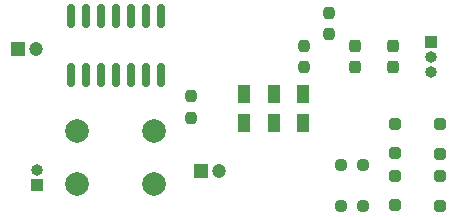
<source format=gbr>
%TF.GenerationSoftware,KiCad,Pcbnew,7.0.2-6a45011f42~172~ubuntu22.04.1*%
%TF.CreationDate,2023-05-13T15:44:37+12:00*%
%TF.ProjectId,KA1119,4b413131-3139-42e6-9b69-6361645f7063,rev?*%
%TF.SameCoordinates,Original*%
%TF.FileFunction,Soldermask,Top*%
%TF.FilePolarity,Negative*%
%FSLAX46Y46*%
G04 Gerber Fmt 4.6, Leading zero omitted, Abs format (unit mm)*
G04 Created by KiCad (PCBNEW 7.0.2-6a45011f42~172~ubuntu22.04.1) date 2023-05-13 15:44:37*
%MOMM*%
%LPD*%
G01*
G04 APERTURE LIST*
G04 Aperture macros list*
%AMRoundRect*
0 Rectangle with rounded corners*
0 $1 Rounding radius*
0 $2 $3 $4 $5 $6 $7 $8 $9 X,Y pos of 4 corners*
0 Add a 4 corners polygon primitive as box body*
4,1,4,$2,$3,$4,$5,$6,$7,$8,$9,$2,$3,0*
0 Add four circle primitives for the rounded corners*
1,1,$1+$1,$2,$3*
1,1,$1+$1,$4,$5*
1,1,$1+$1,$6,$7*
1,1,$1+$1,$8,$9*
0 Add four rect primitives between the rounded corners*
20,1,$1+$1,$2,$3,$4,$5,0*
20,1,$1+$1,$4,$5,$6,$7,0*
20,1,$1+$1,$6,$7,$8,$9,0*
20,1,$1+$1,$8,$9,$2,$3,0*%
G04 Aperture macros list end*
%ADD10R,1.000000X1.600000*%
%ADD11C,2.000000*%
%ADD12R,1.200000X1.200000*%
%ADD13C,1.200000*%
%ADD14R,1.000000X1.000000*%
%ADD15O,1.000000X1.000000*%
%ADD16RoundRect,0.150000X-0.150000X0.825000X-0.150000X-0.825000X0.150000X-0.825000X0.150000X0.825000X0*%
%ADD17RoundRect,0.237500X-0.250000X-0.237500X0.250000X-0.237500X0.250000X0.237500X-0.250000X0.237500X0*%
%ADD18RoundRect,0.237500X-0.237500X0.250000X-0.237500X-0.250000X0.237500X-0.250000X0.237500X0.250000X0*%
%ADD19RoundRect,0.237500X0.237500X-0.250000X0.237500X0.250000X-0.237500X0.250000X-0.237500X-0.250000X0*%
%ADD20RoundRect,0.250000X-0.250000X0.250000X-0.250000X-0.250000X0.250000X-0.250000X0.250000X0.250000X0*%
%ADD21RoundRect,0.250000X0.250000X-0.250000X0.250000X0.250000X-0.250000X0.250000X-0.250000X-0.250000X0*%
%ADD22RoundRect,0.237500X0.237500X-0.287500X0.237500X0.287500X-0.237500X0.287500X-0.237500X-0.287500X0*%
%ADD23RoundRect,0.237500X-0.237500X0.287500X-0.237500X-0.287500X0.237500X-0.287500X0.237500X0.287500X0*%
G04 APERTURE END LIST*
D10*
%TO.C,SW2*%
X186810000Y-95210000D03*
X184310000Y-95210000D03*
X181810000Y-95210000D03*
X186810000Y-92810000D03*
X184310000Y-92810000D03*
X181810000Y-92810000D03*
%TD*%
D11*
%TO.C,SW1*%
X167640000Y-100400000D03*
X174140000Y-100400000D03*
X167640000Y-95900000D03*
X174140000Y-95900000D03*
%TD*%
D12*
%TO.C,C2*%
X162640000Y-88990000D03*
D13*
X164140000Y-88990000D03*
%TD*%
D12*
%TO.C,C1*%
X178120000Y-99320000D03*
D13*
X179620000Y-99320000D03*
%TD*%
D14*
%TO.C,9v*%
X164270000Y-100470000D03*
D15*
X164270000Y-99200000D03*
%TD*%
D16*
%TO.C,U3*%
X174710000Y-86200000D03*
X173440000Y-86200000D03*
X172170000Y-86200000D03*
X170900000Y-86200000D03*
X169630000Y-86200000D03*
X168360000Y-86200000D03*
X167090000Y-86200000D03*
X167090000Y-91150000D03*
X168360000Y-91150000D03*
X169630000Y-91150000D03*
X170900000Y-91150000D03*
X172170000Y-91150000D03*
X173440000Y-91150000D03*
X174710000Y-91150000D03*
%TD*%
D17*
%TO.C,R5*%
X190027500Y-98770000D03*
X191852500Y-98770000D03*
%TD*%
%TO.C,R4*%
X190027500Y-102290000D03*
X191852500Y-102290000D03*
%TD*%
D18*
%TO.C,R3*%
X186820000Y-88707500D03*
X186820000Y-90532500D03*
%TD*%
%TO.C,R2*%
X177250000Y-92967500D03*
X177250000Y-94792500D03*
%TD*%
D19*
%TO.C,R1*%
X188960000Y-87752500D03*
X188960000Y-85927500D03*
%TD*%
D15*
%TO.C,J1*%
X197600000Y-90900000D03*
X197600000Y-89630000D03*
D14*
X197600000Y-88360000D03*
%TD*%
D20*
%TO.C,D6*%
X198340000Y-99770000D03*
X198340000Y-102270000D03*
%TD*%
D21*
%TO.C,D5*%
X194540000Y-102225000D03*
X194540000Y-99725000D03*
%TD*%
D20*
%TO.C,D4*%
X198340000Y-95352500D03*
X198340000Y-97852500D03*
%TD*%
D21*
%TO.C,D3*%
X194540000Y-97807500D03*
X194540000Y-95307500D03*
%TD*%
D22*
%TO.C,D2*%
X194400000Y-90510000D03*
X194400000Y-88760000D03*
%TD*%
D23*
%TO.C,D1*%
X191150000Y-88760000D03*
X191150000Y-90510000D03*
%TD*%
M02*

</source>
